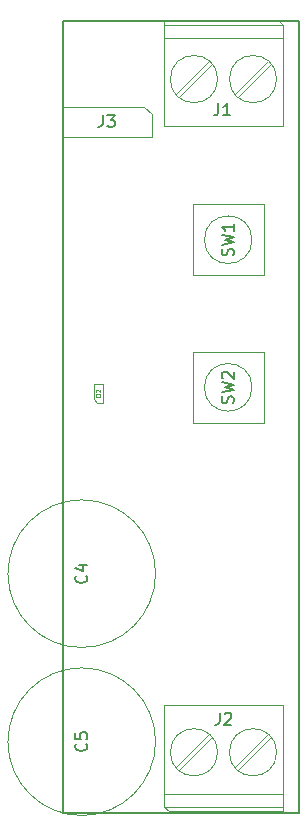
<source format=gbr>
%TF.GenerationSoftware,KiCad,Pcbnew,7.0.10*%
%TF.CreationDate,2024-02-17T17:59:34+01:00*%
%TF.ProjectId,Master_Clock,4d617374-6572-45f4-936c-6f636b2e6b69,1.1*%
%TF.SameCoordinates,Original*%
%TF.FileFunction,AssemblyDrawing,Top*%
%FSLAX46Y46*%
G04 Gerber Fmt 4.6, Leading zero omitted, Abs format (unit mm)*
G04 Created by KiCad (PCBNEW 7.0.10) date 2024-02-17 17:59:34*
%MOMM*%
%LPD*%
G01*
G04 APERTURE LIST*
%ADD10C,0.150000*%
%ADD11C,0.060000*%
%ADD12C,0.100000*%
%TA.AperFunction,Profile*%
%ADD13C,0.150000*%
%TD*%
G04 APERTURE END LIST*
D10*
X157266666Y-116554819D02*
X157266666Y-117269104D01*
X157266666Y-117269104D02*
X157219047Y-117411961D01*
X157219047Y-117411961D02*
X157123809Y-117507200D01*
X157123809Y-117507200D02*
X156980952Y-117554819D01*
X156980952Y-117554819D02*
X156885714Y-117554819D01*
X157695238Y-116650057D02*
X157742857Y-116602438D01*
X157742857Y-116602438D02*
X157838095Y-116554819D01*
X157838095Y-116554819D02*
X158076190Y-116554819D01*
X158076190Y-116554819D02*
X158171428Y-116602438D01*
X158171428Y-116602438D02*
X158219047Y-116650057D01*
X158219047Y-116650057D02*
X158266666Y-116745295D01*
X158266666Y-116745295D02*
X158266666Y-116840533D01*
X158266666Y-116840533D02*
X158219047Y-116983390D01*
X158219047Y-116983390D02*
X157647619Y-117554819D01*
X157647619Y-117554819D02*
X158266666Y-117554819D01*
X158407200Y-77833332D02*
X158454819Y-77690475D01*
X158454819Y-77690475D02*
X158454819Y-77452380D01*
X158454819Y-77452380D02*
X158407200Y-77357142D01*
X158407200Y-77357142D02*
X158359580Y-77309523D01*
X158359580Y-77309523D02*
X158264342Y-77261904D01*
X158264342Y-77261904D02*
X158169104Y-77261904D01*
X158169104Y-77261904D02*
X158073866Y-77309523D01*
X158073866Y-77309523D02*
X158026247Y-77357142D01*
X158026247Y-77357142D02*
X157978628Y-77452380D01*
X157978628Y-77452380D02*
X157931009Y-77642856D01*
X157931009Y-77642856D02*
X157883390Y-77738094D01*
X157883390Y-77738094D02*
X157835771Y-77785713D01*
X157835771Y-77785713D02*
X157740533Y-77833332D01*
X157740533Y-77833332D02*
X157645295Y-77833332D01*
X157645295Y-77833332D02*
X157550057Y-77785713D01*
X157550057Y-77785713D02*
X157502438Y-77738094D01*
X157502438Y-77738094D02*
X157454819Y-77642856D01*
X157454819Y-77642856D02*
X157454819Y-77404761D01*
X157454819Y-77404761D02*
X157502438Y-77261904D01*
X157454819Y-76928570D02*
X158454819Y-76690475D01*
X158454819Y-76690475D02*
X157740533Y-76499999D01*
X157740533Y-76499999D02*
X158454819Y-76309523D01*
X158454819Y-76309523D02*
X157454819Y-76071428D01*
X158454819Y-75166666D02*
X158454819Y-75738094D01*
X158454819Y-75452380D02*
X157454819Y-75452380D01*
X157454819Y-75452380D02*
X157597676Y-75547618D01*
X157597676Y-75547618D02*
X157692914Y-75642856D01*
X157692914Y-75642856D02*
X157740533Y-75738094D01*
X145959580Y-119166666D02*
X146007200Y-119214285D01*
X146007200Y-119214285D02*
X146054819Y-119357142D01*
X146054819Y-119357142D02*
X146054819Y-119452380D01*
X146054819Y-119452380D02*
X146007200Y-119595237D01*
X146007200Y-119595237D02*
X145911961Y-119690475D01*
X145911961Y-119690475D02*
X145816723Y-119738094D01*
X145816723Y-119738094D02*
X145626247Y-119785713D01*
X145626247Y-119785713D02*
X145483390Y-119785713D01*
X145483390Y-119785713D02*
X145292914Y-119738094D01*
X145292914Y-119738094D02*
X145197676Y-119690475D01*
X145197676Y-119690475D02*
X145102438Y-119595237D01*
X145102438Y-119595237D02*
X145054819Y-119452380D01*
X145054819Y-119452380D02*
X145054819Y-119357142D01*
X145054819Y-119357142D02*
X145102438Y-119214285D01*
X145102438Y-119214285D02*
X145150057Y-119166666D01*
X145054819Y-118261904D02*
X145054819Y-118738094D01*
X145054819Y-118738094D02*
X145531009Y-118785713D01*
X145531009Y-118785713D02*
X145483390Y-118738094D01*
X145483390Y-118738094D02*
X145435771Y-118642856D01*
X145435771Y-118642856D02*
X145435771Y-118404761D01*
X145435771Y-118404761D02*
X145483390Y-118309523D01*
X145483390Y-118309523D02*
X145531009Y-118261904D01*
X145531009Y-118261904D02*
X145626247Y-118214285D01*
X145626247Y-118214285D02*
X145864342Y-118214285D01*
X145864342Y-118214285D02*
X145959580Y-118261904D01*
X145959580Y-118261904D02*
X146007200Y-118309523D01*
X146007200Y-118309523D02*
X146054819Y-118404761D01*
X146054819Y-118404761D02*
X146054819Y-118642856D01*
X146054819Y-118642856D02*
X146007200Y-118738094D01*
X146007200Y-118738094D02*
X145959580Y-118785713D01*
X147376666Y-65954819D02*
X147376666Y-66669104D01*
X147376666Y-66669104D02*
X147329047Y-66811961D01*
X147329047Y-66811961D02*
X147233809Y-66907200D01*
X147233809Y-66907200D02*
X147090952Y-66954819D01*
X147090952Y-66954819D02*
X146995714Y-66954819D01*
X147757619Y-65954819D02*
X148376666Y-65954819D01*
X148376666Y-65954819D02*
X148043333Y-66335771D01*
X148043333Y-66335771D02*
X148186190Y-66335771D01*
X148186190Y-66335771D02*
X148281428Y-66383390D01*
X148281428Y-66383390D02*
X148329047Y-66431009D01*
X148329047Y-66431009D02*
X148376666Y-66526247D01*
X148376666Y-66526247D02*
X148376666Y-66764342D01*
X148376666Y-66764342D02*
X148329047Y-66859580D01*
X148329047Y-66859580D02*
X148281428Y-66907200D01*
X148281428Y-66907200D02*
X148186190Y-66954819D01*
X148186190Y-66954819D02*
X147900476Y-66954819D01*
X147900476Y-66954819D02*
X147805238Y-66907200D01*
X147805238Y-66907200D02*
X147757619Y-66859580D01*
X158407200Y-90333332D02*
X158454819Y-90190475D01*
X158454819Y-90190475D02*
X158454819Y-89952380D01*
X158454819Y-89952380D02*
X158407200Y-89857142D01*
X158407200Y-89857142D02*
X158359580Y-89809523D01*
X158359580Y-89809523D02*
X158264342Y-89761904D01*
X158264342Y-89761904D02*
X158169104Y-89761904D01*
X158169104Y-89761904D02*
X158073866Y-89809523D01*
X158073866Y-89809523D02*
X158026247Y-89857142D01*
X158026247Y-89857142D02*
X157978628Y-89952380D01*
X157978628Y-89952380D02*
X157931009Y-90142856D01*
X157931009Y-90142856D02*
X157883390Y-90238094D01*
X157883390Y-90238094D02*
X157835771Y-90285713D01*
X157835771Y-90285713D02*
X157740533Y-90333332D01*
X157740533Y-90333332D02*
X157645295Y-90333332D01*
X157645295Y-90333332D02*
X157550057Y-90285713D01*
X157550057Y-90285713D02*
X157502438Y-90238094D01*
X157502438Y-90238094D02*
X157454819Y-90142856D01*
X157454819Y-90142856D02*
X157454819Y-89904761D01*
X157454819Y-89904761D02*
X157502438Y-89761904D01*
X157454819Y-89428570D02*
X158454819Y-89190475D01*
X158454819Y-89190475D02*
X157740533Y-88999999D01*
X157740533Y-88999999D02*
X158454819Y-88809523D01*
X158454819Y-88809523D02*
X157454819Y-88571428D01*
X157550057Y-88238094D02*
X157502438Y-88190475D01*
X157502438Y-88190475D02*
X157454819Y-88095237D01*
X157454819Y-88095237D02*
X157454819Y-87857142D01*
X157454819Y-87857142D02*
X157502438Y-87761904D01*
X157502438Y-87761904D02*
X157550057Y-87714285D01*
X157550057Y-87714285D02*
X157645295Y-87666666D01*
X157645295Y-87666666D02*
X157740533Y-87666666D01*
X157740533Y-87666666D02*
X157883390Y-87714285D01*
X157883390Y-87714285D02*
X158454819Y-88285713D01*
X158454819Y-88285713D02*
X158454819Y-87666666D01*
X157166666Y-64954819D02*
X157166666Y-65669104D01*
X157166666Y-65669104D02*
X157119047Y-65811961D01*
X157119047Y-65811961D02*
X157023809Y-65907200D01*
X157023809Y-65907200D02*
X156880952Y-65954819D01*
X156880952Y-65954819D02*
X156785714Y-65954819D01*
X158166666Y-65954819D02*
X157595238Y-65954819D01*
X157880952Y-65954819D02*
X157880952Y-64954819D01*
X157880952Y-64954819D02*
X157785714Y-65097676D01*
X157785714Y-65097676D02*
X157690476Y-65192914D01*
X157690476Y-65192914D02*
X157595238Y-65240533D01*
D11*
X147181927Y-89795237D02*
X146781927Y-89795237D01*
X146781927Y-89795237D02*
X146781927Y-89699999D01*
X146781927Y-89699999D02*
X146800975Y-89642856D01*
X146800975Y-89642856D02*
X146839070Y-89604761D01*
X146839070Y-89604761D02*
X146877165Y-89585714D01*
X146877165Y-89585714D02*
X146953356Y-89566666D01*
X146953356Y-89566666D02*
X147010499Y-89566666D01*
X147010499Y-89566666D02*
X147086689Y-89585714D01*
X147086689Y-89585714D02*
X147124784Y-89604761D01*
X147124784Y-89604761D02*
X147162880Y-89642856D01*
X147162880Y-89642856D02*
X147181927Y-89699999D01*
X147181927Y-89699999D02*
X147181927Y-89795237D01*
X146820022Y-89414285D02*
X146800975Y-89395237D01*
X146800975Y-89395237D02*
X146781927Y-89357142D01*
X146781927Y-89357142D02*
X146781927Y-89261904D01*
X146781927Y-89261904D02*
X146800975Y-89223809D01*
X146800975Y-89223809D02*
X146820022Y-89204761D01*
X146820022Y-89204761D02*
X146858118Y-89185714D01*
X146858118Y-89185714D02*
X146896213Y-89185714D01*
X146896213Y-89185714D02*
X146953356Y-89204761D01*
X146953356Y-89204761D02*
X147181927Y-89433333D01*
X147181927Y-89433333D02*
X147181927Y-89185714D01*
D10*
X145959580Y-104941666D02*
X146007200Y-104989285D01*
X146007200Y-104989285D02*
X146054819Y-105132142D01*
X146054819Y-105132142D02*
X146054819Y-105227380D01*
X146054819Y-105227380D02*
X146007200Y-105370237D01*
X146007200Y-105370237D02*
X145911961Y-105465475D01*
X145911961Y-105465475D02*
X145816723Y-105513094D01*
X145816723Y-105513094D02*
X145626247Y-105560713D01*
X145626247Y-105560713D02*
X145483390Y-105560713D01*
X145483390Y-105560713D02*
X145292914Y-105513094D01*
X145292914Y-105513094D02*
X145197676Y-105465475D01*
X145197676Y-105465475D02*
X145102438Y-105370237D01*
X145102438Y-105370237D02*
X145054819Y-105227380D01*
X145054819Y-105227380D02*
X145054819Y-105132142D01*
X145054819Y-105132142D02*
X145102438Y-104989285D01*
X145102438Y-104989285D02*
X145150057Y-104941666D01*
X145388152Y-104084523D02*
X146054819Y-104084523D01*
X145007200Y-104322618D02*
X145721485Y-104560713D01*
X145721485Y-104560713D02*
X145721485Y-103941666D01*
D12*
%TO.C,J2*%
X152600000Y-115900000D02*
X162600000Y-115900000D01*
X152600000Y-123400000D02*
X162600000Y-123400000D01*
X152600000Y-124500000D02*
X152600000Y-115900000D01*
X152600000Y-124500000D02*
X162600000Y-124500000D01*
X153000000Y-124900000D02*
X152600000Y-124500000D01*
X156373000Y-118383000D02*
X153583000Y-121173000D01*
X156617000Y-118627000D02*
X153827000Y-121417000D01*
X161373000Y-118383000D02*
X158584000Y-121173000D01*
X161617000Y-118627000D02*
X158828000Y-121417000D01*
X162600000Y-115900000D02*
X162600000Y-124900000D01*
X162600000Y-124900000D02*
X153000000Y-124900000D01*
X157100000Y-119900000D02*
G75*
G03*
X153100000Y-119900000I-2000000J0D01*
G01*
X153100000Y-119900000D02*
G75*
G03*
X157100000Y-119900000I2000000J0D01*
G01*
X162100000Y-119900000D02*
G75*
G03*
X158100000Y-119900000I-2000000J0D01*
G01*
X158100000Y-119900000D02*
G75*
G03*
X162100000Y-119900000I2000000J0D01*
G01*
%TO.C,SW1*%
X155000000Y-79500000D02*
X155000000Y-76500000D01*
X161000000Y-79500000D02*
X155000000Y-79500000D01*
X155000000Y-76500000D02*
X155000000Y-73500000D01*
X155000000Y-73500000D02*
X161000000Y-73500000D01*
X161000000Y-73500000D02*
X161000000Y-79500000D01*
X160015564Y-76500000D02*
G75*
G03*
X155984436Y-76500000I-2015564J0D01*
G01*
X155984436Y-76500000D02*
G75*
G03*
X160015564Y-76500000I2015564J0D01*
G01*
%TO.C,C5*%
X151850000Y-119000000D02*
G75*
G03*
X139350000Y-119000000I-6250000J0D01*
G01*
X139350000Y-119000000D02*
G75*
G03*
X151850000Y-119000000I6250000J0D01*
G01*
%TO.C,J3*%
X150885000Y-65230000D02*
X151520000Y-65865000D01*
X143900000Y-65230000D02*
X150885000Y-65230000D01*
X151520000Y-65865000D02*
X151520000Y-67770000D01*
X151520000Y-67770000D02*
X143900000Y-67770000D01*
X143900000Y-67770000D02*
X143900000Y-65230000D01*
%TO.C,SW2*%
X155000000Y-92000000D02*
X155000000Y-89000000D01*
X161000000Y-92000000D02*
X155000000Y-92000000D01*
X155000000Y-89000000D02*
X155000000Y-86000000D01*
X155000000Y-86000000D02*
X161000000Y-86000000D01*
X161000000Y-86000000D02*
X161000000Y-92000000D01*
X160015564Y-89000000D02*
G75*
G03*
X155984436Y-89000000I-2015564J0D01*
G01*
X155984436Y-89000000D02*
G75*
G03*
X160015564Y-89000000I2015564J0D01*
G01*
%TO.C,J1*%
X162600000Y-66900000D02*
X152600000Y-66900000D01*
X162600000Y-59400000D02*
X152600000Y-59400000D01*
X162600000Y-58300000D02*
X162600000Y-66900000D01*
X162600000Y-58300000D02*
X152600000Y-58300000D01*
X162200000Y-57900000D02*
X162600000Y-58300000D01*
X158827000Y-64417000D02*
X161617000Y-61627000D01*
X158583000Y-64173000D02*
X161373000Y-61383000D01*
X153827000Y-64417000D02*
X156616000Y-61627000D01*
X153583000Y-64173000D02*
X156372000Y-61383000D01*
X152600000Y-66900000D02*
X152600000Y-57900000D01*
X152600000Y-57900000D02*
X162200000Y-57900000D01*
X162100000Y-62900000D02*
G75*
G03*
X158100000Y-62900000I-2000000J0D01*
G01*
X158100000Y-62900000D02*
G75*
G03*
X162100000Y-62900000I2000000J0D01*
G01*
X157100000Y-62900000D02*
G75*
G03*
X153100000Y-62900000I-2000000J0D01*
G01*
X153100000Y-62900000D02*
G75*
G03*
X157100000Y-62900000I2000000J0D01*
G01*
%TO.C,D2*%
X146900000Y-90300000D02*
X147400000Y-90300000D01*
X147400000Y-90300000D02*
X147400000Y-88700000D01*
X146600000Y-90000000D02*
X146900000Y-90300000D01*
X146600000Y-88700000D02*
X146600000Y-90000000D01*
X147400000Y-88700000D02*
X146600000Y-88700000D01*
%TO.C,C4*%
X151850000Y-104775000D02*
G75*
G03*
X139350000Y-104775000I-6250000J0D01*
G01*
X139350000Y-104775000D02*
G75*
G03*
X151850000Y-104775000I6250000J0D01*
G01*
%TD*%
D13*
X144000000Y-58000000D02*
X164000000Y-58000000D01*
X164000000Y-125000000D01*
X144000000Y-125000000D01*
X144000000Y-58000000D01*
M02*

</source>
